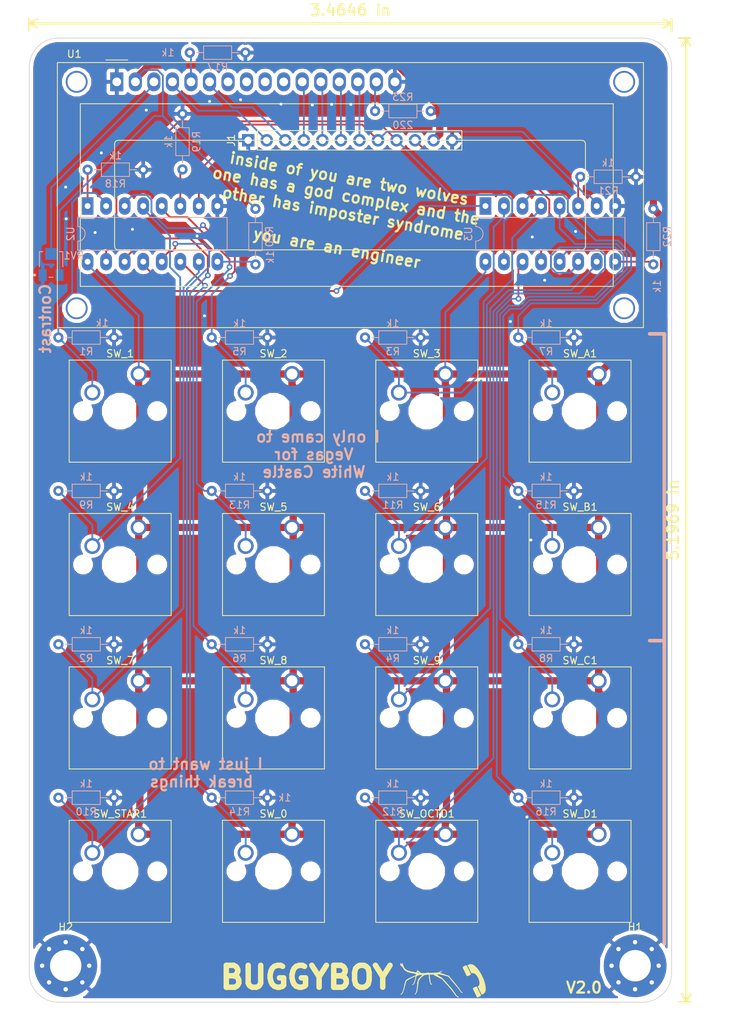
<source format=kicad_pcb>
(kicad_pcb (version 20171130) (host pcbnew 5.0.2+dfsg1-1)
  (layers (0 F.Cu signal) (31 B.Cu signal) (34 B.Paste user) (35 F.Paste user) (36 B.SilkS user) (37 F.SilkS user) (38 B.Mask user) (39 F.Mask user) (44 Edge.Cuts user))
  (net 0 "")
  (net 1 +5V)
  (net 2 GND)
  (net 3 /DISP_RS)
  (net 4 /DISP_EN)
  (net 5 /D0)
  (net 6 /D1)
  (net 7 /D2)
  (net 8 /D3)
  (net 9 /KEY_CLOCK)
  (net 10 /KEY_LATCH)
  (net 11 /KEY_SER)
  (net 12 "Net-(R1-Pad1)")
  (net 13 "Net-(R2-Pad1)")
  (net 14 "Net-(R3-Pad1)")
  (net 15 "Net-(R4-Pad1)")
  (net 16 "Net-(R5-Pad1)")
  (net 17 "Net-(R6-Pad1)")
  (net 18 "Net-(R7-Pad1)")
  (net 19 "Net-(R8-Pad1)")
  (net 20 "Net-(R9-Pad1)")
  (net 21 "Net-(R10-Pad1)")
  (net 22 "Net-(R11-Pad1)")
  (net 23 "Net-(R12-Pad1)")
  (net 24 "Net-(R13-Pad1)")
  (net 25 "Net-(R14-Pad1)")
  (net 26 "Net-(R15-Pad1)")
  (net 27 "Net-(R16-Pad1)")
  (net 28 "Net-(R17-Pad1)")
  (net 29 "Net-(R18-Pad1)")
  (net 30 "Net-(R19-Pad1)")
  (net 31 "Net-(R20-Pad1)")
  (net 32 "Net-(R21-Pad1)")
  (net 33 "Net-(R22-Pad1)")
  (net 34 "Net-(R23-Pad2)")
  (net 35 "Net-(RV1-Pad2)")
  (net 36 "Net-(U2-Pad13)")
  (module Button_Switch_Keyboard:SW_Cherry_MX1A_1.00u_PCB (layer F.Cu) (at 119 76)
    (fp_text reference SW_1 (at -2.54 -2.794) (layer F.SilkS))
    (fp_text value SW_SPST)
    (pad "" np_thru_hole circle (at 2.54 5.08) (size 1.7 1.7) (drill 1.7) (layers *.Cu *.Mask))
    (pad "" np_thru_hole circle (at -7.62 5.08) (size 1.7 1.7) (drill 1.7) (layers *.Cu *.Mask))
    (pad "" np_thru_hole circle (at -2.54 5.08) (size 4 4) (drill 4) (layers *.Cu *.Mask))
    (pad 2 thru_hole circle (at -6.35 2.54) (size 2.2 2.2) (drill 1.5) (layers *.Cu *.Mask) (net 12 "Net-(R1-Pad1)"))
    (pad 1 thru_hole circle (at 0 0) (size 2.2 2.2) (drill 1.5) (layers *.Cu *.Mask) (net 1 +5V))
  )
  (module Display:WC1602A (layer F.Cu) (at 116 36)
    (fp_text reference U1 (at -5.82 -3.81) (layer F.SilkS))
    (fp_text value HD44780)
    (pad 1 thru_hole rect (at 0 0) (size 1.8 2.6) (drill 1.2) (layers *.Cu *.Mask) (net 2 GND))
    (pad 2 thru_hole oval (at 2.54 0) (size 1.8 2.6) (drill 1.2) (layers *.Cu *.Mask) (net 1 +5V))
    (pad 3 thru_hole oval (at 5.08 0) (size 1.8 2.6) (drill 1.2) (layers *.Cu *.Mask) (net 35 "Net-(RV1-Pad2)"))
    (pad 4 thru_hole oval (at 7.62 0) (size 1.8 2.6) (drill 1.2) (layers *.Cu *.Mask) (net 3 /DISP_RS))
    (pad 5 thru_hole oval (at 10.16 0) (size 1.8 2.6) (drill 1.2) (layers *.Cu *.Mask) (net 28 "Net-(R17-Pad1)"))
    (pad 6 thru_hole oval (at 12.7 0) (size 1.8 2.6) (drill 1.2) (layers *.Cu *.Mask) (net 4 /DISP_EN))
    (pad 7 thru_hole oval (at 15.24 0) (size 1.8 2.6) (drill 1.2) (layers *.Cu *.Mask))
    (pad 8 thru_hole oval (at 17.78 0) (size 1.8 2.6) (drill 1.2) (layers *.Cu *.Mask))
    (pad 9 thru_hole oval (at 20.32 0) (size 1.8 2.6) (drill 1.2) (layers *.Cu *.Mask))
    (pad 10 thru_hole oval (at 22.86 0) (size 1.8 2.6) (drill 1.2) (layers *.Cu *.Mask))
    (pad 11 thru_hole oval (at 25.4 0) (size 1.8 2.6) (drill 1.2) (layers *.Cu *.Mask) (net 5 /D0))
    (pad 12 thru_hole oval (at 27.94 0) (size 1.8 2.6) (drill 1.2) (layers *.Cu *.Mask) (net 6 /D1))
    (pad 13 thru_hole oval (at 30.48 0) (size 1.8 2.6) (drill 1.2) (layers *.Cu *.Mask) (net 7 /D2))
    (pad 14 thru_hole oval (at 33.02 0) (size 1.8 2.6) (drill 1.2) (layers *.Cu *.Mask) (net 8 /D3))
    (pad 15 thru_hole oval (at 35.56 0) (size 1.8 2.6) (drill 1.2) (layers *.Cu *.Mask) (net 34 "Net-(R23-Pad2)"))
    (pad 16 thru_hole oval (at 38.1 0) (size 1.8 2.6) (drill 1.2) (layers *.Cu *.Mask) (net 2 GND))
    (pad "" thru_hole circle (at -5.4991 0) (size 3 3) (drill 2.5) (layers *.Cu *.Mask))
    (pad "" thru_hole circle (at -5.4991 31.0007) (size 3 3) (drill 2.5) (layers *.Cu *.Mask))
    (pad "" thru_hole circle (at 69.49948 31.0007) (size 3 3) (drill 2.5) (layers *.Cu *.Mask))
    (pad "" thru_hole circle (at 69.5 0) (size 3 3) (drill 2.5) (layers *.Cu *.Mask))
  )
  (module Connector_PinHeader_2.54mm:PinHeader_1x12_P2.54mm_Vertical (layer F.Cu) (at 134 44 90)
    (fp_text reference J1 (at 0 -2.33 90) (layer F.SilkS))
    (fp_text value Conn_01x12)
    (pad 1 thru_hole rect (at 0 0 90) (size 1.7 1.7) (drill 1) (layers *.Cu *.Mask) (net 2 GND))
    (pad 2 thru_hole oval (at 0 2.54 90) (size 1.7 1.7) (drill 1) (layers *.Cu *.Mask) (net 3 /DISP_RS))
    (pad 3 thru_hole oval (at 0 5.08 90) (size 1.7 1.7) (drill 1) (layers *.Cu *.Mask) (net 4 /DISP_EN))
    (pad 4 thru_hole oval (at 0 7.62 90) (size 1.7 1.7) (drill 1) (layers *.Cu *.Mask) (net 5 /D0))
    (pad 5 thru_hole oval (at 0 10.16 90) (size 1.7 1.7) (drill 1) (layers *.Cu *.Mask) (net 6 /D1))
    (pad 6 thru_hole oval (at 0 12.7 90) (size 1.7 1.7) (drill 1) (layers *.Cu *.Mask) (net 7 /D2))
    (pad 7 thru_hole oval (at 0 15.24 90) (size 1.7 1.7) (drill 1) (layers *.Cu *.Mask) (net 8 /D3))
    (pad 8 thru_hole oval (at 0 17.78 90) (size 1.7 1.7) (drill 1) (layers *.Cu *.Mask) (net 9 /KEY_CLOCK))
    (pad 9 thru_hole oval (at 0 20.32 90) (size 1.7 1.7) (drill 1) (layers *.Cu *.Mask) (net 10 /KEY_LATCH))
    (pad 10 thru_hole oval (at 0 22.86 90) (size 1.7 1.7) (drill 1) (layers *.Cu *.Mask) (net 11 /KEY_SER))
    (pad 11 thru_hole oval (at 0 25.4 90) (size 1.7 1.7) (drill 1) (layers *.Cu *.Mask) (net 1 +5V))
    (pad 12 thru_hole oval (at 0 27.94 90) (size 1.7 1.7) (drill 1) (layers *.Cu *.Mask) (net 2 GND))
  )
  (module Button_Switch_Keyboard:SW_Cherry_MX1A_1.00u_PCB (layer F.Cu) (at 140 139)
    (fp_text reference SW_0 (at -2.54 -2.794) (layer F.SilkS))
    (fp_text value SW_SPST)
    (pad 1 thru_hole circle (at 0 0) (size 2.2 2.2) (drill 1.5) (layers *.Cu *.Mask) (net 1 +5V))
    (pad 2 thru_hole circle (at -6.35 2.54) (size 2.2 2.2) (drill 1.5) (layers *.Cu *.Mask) (net 25 "Net-(R14-Pad1)"))
    (pad "" np_thru_hole circle (at -2.54 5.08) (size 4 4) (drill 4) (layers *.Cu *.Mask))
    (pad "" np_thru_hole circle (at -7.62 5.08) (size 1.7 1.7) (drill 1.7) (layers *.Cu *.Mask))
    (pad "" np_thru_hole circle (at 2.54 5.08) (size 1.7 1.7) (drill 1.7) (layers *.Cu *.Mask))
  )
  (module Button_Switch_Keyboard:SW_Cherry_MX1A_1.00u_PCB (layer F.Cu) (at 140 76)
    (fp_text reference SW_2 (at -2.54 -2.794) (layer F.SilkS))
    (fp_text value SW_SPST)
    (pad "" np_thru_hole circle (at 2.54 5.08) (size 1.7 1.7) (drill 1.7) (layers *.Cu *.Mask))
    (pad "" np_thru_hole circle (at -7.62 5.08) (size 1.7 1.7) (drill 1.7) (layers *.Cu *.Mask))
    (pad "" np_thru_hole circle (at -2.54 5.08) (size 4 4) (drill 4) (layers *.Cu *.Mask))
    (pad 2 thru_hole circle (at -6.35 2.54) (size 2.2 2.2) (drill 1.5) (layers *.Cu *.Mask) (net 16 "Net-(R5-Pad1)"))
    (pad 1 thru_hole circle (at 0 0) (size 2.2 2.2) (drill 1.5) (layers *.Cu *.Mask) (net 1 +5V))
  )
  (module Button_Switch_Keyboard:SW_Cherry_MX1A_1.00u_PCB (layer F.Cu) (at 161 76)
    (fp_text reference SW_3 (at -2.54 -2.794) (layer F.SilkS))
    (fp_text value SW_SPST)
    (pad 1 thru_hole circle (at 0 0) (size 2.2 2.2) (drill 1.5) (layers *.Cu *.Mask) (net 1 +5V))
    (pad 2 thru_hole circle (at -6.35 2.54) (size 2.2 2.2) (drill 1.5) (layers *.Cu *.Mask) (net 14 "Net-(R3-Pad1)"))
    (pad "" np_thru_hole circle (at -2.54 5.08) (size 4 4) (drill 4) (layers *.Cu *.Mask))
    (pad "" np_thru_hole circle (at -7.62 5.08) (size 1.7 1.7) (drill 1.7) (layers *.Cu *.Mask))
    (pad "" np_thru_hole circle (at 2.54 5.08) (size 1.7 1.7) (drill 1.7) (layers *.Cu *.Mask))
  )
  (module Button_Switch_Keyboard:SW_Cherry_MX1A_1.00u_PCB (layer F.Cu) (at 119 97)
    (fp_text reference SW_4 (at -2.54 -2.794) (layer F.SilkS))
    (fp_text value SW_SPST)
    (pad 1 thru_hole circle (at 0 0) (size 2.2 2.2) (drill 1.5) (layers *.Cu *.Mask) (net 1 +5V))
    (pad 2 thru_hole circle (at -6.35 2.54) (size 2.2 2.2) (drill 1.5) (layers *.Cu *.Mask) (net 20 "Net-(R9-Pad1)"))
    (pad "" np_thru_hole circle (at -2.54 5.08) (size 4 4) (drill 4) (layers *.Cu *.Mask))
    (pad "" np_thru_hole circle (at -7.62 5.08) (size 1.7 1.7) (drill 1.7) (layers *.Cu *.Mask))
    (pad "" np_thru_hole circle (at 2.54 5.08) (size 1.7 1.7) (drill 1.7) (layers *.Cu *.Mask))
  )
  (module Button_Switch_Keyboard:SW_Cherry_MX1A_1.00u_PCB (layer F.Cu) (at 140 97)
    (fp_text reference SW_5 (at -2.54 -2.794) (layer F.SilkS))
    (fp_text value SW_SPST)
    (pad 1 thru_hole circle (at 0 0) (size 2.2 2.2) (drill 1.5) (layers *.Cu *.Mask) (net 1 +5V))
    (pad 2 thru_hole circle (at -6.35 2.54) (size 2.2 2.2) (drill 1.5) (layers *.Cu *.Mask) (net 24 "Net-(R13-Pad1)"))
    (pad "" np_thru_hole circle (at -2.54 5.08) (size 4 4) (drill 4) (layers *.Cu *.Mask))
    (pad "" np_thru_hole circle (at -7.62 5.08) (size 1.7 1.7) (drill 1.7) (layers *.Cu *.Mask))
    (pad "" np_thru_hole circle (at 2.54 5.08) (size 1.7 1.7) (drill 1.7) (layers *.Cu *.Mask))
  )
  (module Button_Switch_Keyboard:SW_Cherry_MX1A_1.00u_PCB (layer F.Cu) (at 161 97)
    (fp_text reference SW_6 (at -2.54 -2.794) (layer F.SilkS))
    (fp_text value SW_SPST)
    (pad "" np_thru_hole circle (at 2.54 5.08) (size 1.7 1.7) (drill 1.7) (layers *.Cu *.Mask))
    (pad "" np_thru_hole circle (at -7.62 5.08) (size 1.7 1.7) (drill 1.7) (layers *.Cu *.Mask))
    (pad "" np_thru_hole circle (at -2.54 5.08) (size 4 4) (drill 4) (layers *.Cu *.Mask))
    (pad 2 thru_hole circle (at -6.35 2.54) (size 2.2 2.2) (drill 1.5) (layers *.Cu *.Mask) (net 22 "Net-(R11-Pad1)"))
    (pad 1 thru_hole circle (at 0 0) (size 2.2 2.2) (drill 1.5) (layers *.Cu *.Mask) (net 1 +5V))
  )
  (module Button_Switch_Keyboard:SW_Cherry_MX1A_1.00u_PCB (layer F.Cu) (at 119 118)
    (fp_text reference SW_7 (at -2.54 -2.794) (layer F.SilkS))
    (fp_text value SW_SPST)
    (pad "" np_thru_hole circle (at 2.54 5.08) (size 1.7 1.7) (drill 1.7) (layers *.Cu *.Mask))
    (pad "" np_thru_hole circle (at -7.62 5.08) (size 1.7 1.7) (drill 1.7) (layers *.Cu *.Mask))
    (pad "" np_thru_hole circle (at -2.54 5.08) (size 4 4) (drill 4) (layers *.Cu *.Mask))
    (pad 2 thru_hole circle (at -6.35 2.54) (size 2.2 2.2) (drill 1.5) (layers *.Cu *.Mask) (net 13 "Net-(R2-Pad1)"))
    (pad 1 thru_hole circle (at 0 0) (size 2.2 2.2) (drill 1.5) (layers *.Cu *.Mask) (net 1 +5V))
  )
  (module Button_Switch_Keyboard:SW_Cherry_MX1A_1.00u_PCB (layer F.Cu) (at 140 118)
    (fp_text reference SW_8 (at -2.54 -2.794) (layer F.SilkS))
    (fp_text value SW_SPST)
    (pad 1 thru_hole circle (at 0 0) (size 2.2 2.2) (drill 1.5) (layers *.Cu *.Mask) (net 1 +5V))
    (pad 2 thru_hole circle (at -6.35 2.54) (size 2.2 2.2) (drill 1.5) (layers *.Cu *.Mask) (net 17 "Net-(R6-Pad1)"))
    (pad "" np_thru_hole circle (at -2.54 5.08) (size 4 4) (drill 4) (layers *.Cu *.Mask))
    (pad "" np_thru_hole circle (at -7.62 5.08) (size 1.7 1.7) (drill 1.7) (layers *.Cu *.Mask))
    (pad "" np_thru_hole circle (at 2.54 5.08) (size 1.7 1.7) (drill 1.7) (layers *.Cu *.Mask))
  )
  (module Button_Switch_Keyboard:SW_Cherry_MX1A_1.00u_PCB (layer F.Cu) (at 161 118)
    (fp_text reference SW_9 (at -2.54 -2.794) (layer F.SilkS))
    (fp_text value SW_SPST)
    (pad "" np_thru_hole circle (at 2.54 5.08) (size 1.7 1.7) (drill 1.7) (layers *.Cu *.Mask))
    (pad "" np_thru_hole circle (at -7.62 5.08) (size 1.7 1.7) (drill 1.7) (layers *.Cu *.Mask))
    (pad "" np_thru_hole circle (at -2.54 5.08) (size 4 4) (drill 4) (layers *.Cu *.Mask))
    (pad 2 thru_hole circle (at -6.35 2.54) (size 2.2 2.2) (drill 1.5) (layers *.Cu *.Mask) (net 15 "Net-(R4-Pad1)"))
    (pad 1 thru_hole circle (at 0 0) (size 2.2 2.2) (drill 1.5) (layers *.Cu *.Mask) (net 1 +5V))
  )
  (module Button_Switch_Keyboard:SW_Cherry_MX1A_1.00u_PCB (layer F.Cu) (at 182 76)
    (fp_text reference SW_A1 (at -2.54 -2.794) (layer F.SilkS))
    (fp_text value SW_SPST)
    (pad 1 thru_hole circle (at 0 0) (size 2.2 2.2) (drill 1.5) (layers *.Cu *.Mask) (net 1 +5V))
    (pad 2 thru_hole circle (at -6.35 2.54) (size 2.2 2.2) (drill 1.5) (layers *.Cu *.Mask) (net 18 "Net-(R7-Pad1)"))
    (pad "" np_thru_hole circle (at -2.54 5.08) (size 4 4) (drill 4) (layers *.Cu *.Mask))
    (pad "" np_thru_hole circle (at -7.62 5.08) (size 1.7 1.7) (drill 1.7) (layers *.Cu *.Mask))
    (pad "" np_thru_hole circle (at 2.54 5.08) (size 1.7 1.7) (drill 1.7) (layers *.Cu *.Mask))
  )
  (module Button_Switch_Keyboard:SW_Cherry_MX1A_1.00u_PCB (layer F.Cu) (at 182 97)
    (fp_text reference SW_B1 (at -2.54 -2.794) (layer F.SilkS))
    (fp_text value SW_SPST)
    (pad 1 thru_hole circle (at 0 0) (size 2.2 2.2) (drill 1.5) (layers *.Cu *.Mask) (net 1 +5V))
    (pad 2 thru_hole circle (at -6.35 2.54) (size 2.2 2.2) (drill 1.5) (layers *.Cu *.Mask) (net 26 "Net-(R15-Pad1)"))
    (pad "" np_thru_hole circle (at -2.54 5.08) (size 4 4) (drill 4) (layers *.Cu *.Mask))
    (pad "" np_thru_hole circle (at -7.62 5.08) (size 1.7 1.7) (drill 1.7) (layers *.Cu *.Mask))
    (pad "" np_thru_hole circle (at 2.54 5.08) (size 1.7 1.7) (drill 1.7) (layers *.Cu *.Mask))
  )
  (module Button_Switch_Keyboard:SW_Cherry_MX1A_1.00u_PCB (layer F.Cu) (at 182 118)
    (fp_text reference SW_C1 (at -2.54 -2.794) (layer F.SilkS))
    (fp_text value SW_SPST)
    (pad 1 thru_hole circle (at 0 0) (size 2.2 2.2) (drill 1.5) (layers *.Cu *.Mask) (net 1 +5V))
    (pad 2 thru_hole circle (at -6.35 2.54) (size 2.2 2.2) (drill 1.5) (layers *.Cu *.Mask) (net 19 "Net-(R8-Pad1)"))
    (pad "" np_thru_hole circle (at -2.54 5.08) (size 4 4) (drill 4) (layers *.Cu *.Mask))
    (pad "" np_thru_hole circle (at -7.62 5.08) (size 1.7 1.7) (drill 1.7) (layers *.Cu *.Mask))
    (pad "" np_thru_hole circle (at 2.54 5.08) (size 1.7 1.7) (drill 1.7) (layers *.Cu *.Mask))
  )
  (module Button_Switch_Keyboard:SW_Cherry_MX1A_1.00u_PCB (layer F.Cu) (at 182 139)
    (fp_text reference SW_D1 (at -2.54 -2.794) (layer F.SilkS))
    (fp_text value SW_SPST)
    (pad "" np_thru_hole circle (at 2.54 5.08) (size 1.7 1.7) (drill 1.7) (layers *.Cu *.Mask))
    (pad "" np_thru_hole circle (at -7.62 5.08) (size 1.7 1.7) (drill 1.7) (layers *.Cu *.Mask))
    (pad "" np_thru_hole circle (at -2.54 5.08) (size 4 4) (drill 4) (layers *.Cu *.Mask))
    (pad 2 thru_hole circle (at -6.35 2.54) (size 2.2 2.2) (drill 1.5) (layers *.Cu *.Mask) (net 27 "Net-(R16-Pad1)"))
    (pad 1 thru_hole circle (at 0 0) (size 2.2 2.2) (drill 1.5) (layers *.Cu *.Mask) (net 1 +5V))
  )
  (module Button_Switch_Keyboard:SW_Cherry_MX1A_1.00u_PCB (layer F.Cu) (at 161 139)
    (fp_text reference SW_OCTO1 (at -2.54 -2.794) (layer F.SilkS))
    (fp_text value SW_SPST)
    (pad "" np_thru_hole circle (at 2.54 5.08) (size 1.7 1.7) (drill 1.7) (layers *.Cu *.Mask))
    (pad "" np_thru_hole circle (at -7.62 5.08) (size 1.7 1.7) (drill 1.7) (layers *.Cu *.Mask))
    (pad "" np_thru_hole circle (at -2.54 5.08) (size 4 4) (drill 4) (layers *.Cu *.Mask))
    (pad 2 thru_hole circle (at -6.35 2.54) (size 2.2 2.2) (drill 1.5) (layers *.Cu *.Mask) (net 23 "Net-(R12-Pad1)"))
    (pad 1 thru_hole circle (at 0 0) (size 2.2 2.2) (drill 1.5) (layers *.Cu *.Mask) (net 1 +5V))
  )
  (module Button_Switch_Keyboard:SW_Cherry_MX1A_1.00u_PCB (layer F.Cu) (at 119 139)
    (fp_text reference SW_STAR1 (at -2.54 -2.794) (layer F.SilkS))
    (fp_text value SW_SPST)
    (pad "" np_thru_hole circle (at 2.54 5.08) (size 1.7 1.7) (drill 1.7) (layers *.Cu *.Mask))
    (pad "" np_thru_hole circle (at -7.62 5.08) (size 1.7 1.7) (drill 1.7) (layers *.Cu *.Mask))
    (pad "" np_thru_hole circle (at -2.54 5.08) (size 4 4) (drill 4) (layers *.Cu *.Mask))
    (pad 2 thru_hole circle (at -6.35 2.54) (size 2.2 2.2) (drill 1.5) (layers *.Cu *.Mask) (net 21 "Net-(R10-Pad1)"))
    (pad 1 thru_hole circle (at 0 0) (size 2.2 2.2) (drill 1.5) (layers *.Cu *.Mask) (net 1 +5V))
  )
  (module buggyboy:TRIM_3313J-1-103E (layer B.Cu) (at 107 61 180)
    (fp_text reference RV1 (at -3.1 1.2 180) (layer B.SilkS) (effects (justify mirror)))
    (fp_text value R_POT)
    (pad 2 smd rect (at 0 1.45 180) (size 1.6 1.6) (layers B.Cu B.Paste B.Mask) (net 35 "Net-(RV1-Pad2)"))
    (pad 3 smd rect (at -1.15 -1.45 180) (size 1.1 1.6) (layers B.Cu B.Paste B.Mask) (net 1 +5V))
    (pad 1 smd rect (at 1.15 -1.45 180) (size 1.1 1.6) (layers B.Cu B.Paste B.Mask) (net 2 GND))
  )
  (module MountingHole:MountingHole_4.3mm_M4_Pad_Via (layer F.Cu) (at 187 157)
    (fp_text reference H1 (at 0 -5.3) (layer F.SilkS))
    (fp_text value MNT1)
    (pad 1 thru_hole circle (at 0 0) (size 8.6 8.6) (drill 4.3) (layers *.Cu *.Mask) (net 2 GND))
    (pad 1 thru_hole circle (at 3.225 0) (size 0.9 0.9) (drill 0.6) (layers *.Cu *.Mask) (net 2 GND))
    (pad 1 thru_hole circle (at 2.280419 2.280419) (size 0.9 0.9) (drill 0.6) (layers *.Cu *.Mask) (net 2 GND))
    (pad 1 thru_hole circle (at 0 3.225) (size 0.9 0.9) (drill 0.6) (layers *.Cu *.Mask) (net 2 GND))
    (pad 1 thru_hole circle (at -2.280419 2.280419) (size 0.9 0.9) (drill 0.6) (layers *.Cu *.Mask) (net 2 GND))
    (pad 1 thru_hole circle (at -3.225 0) (size 0.9 0.9) (drill 0.6) (layers *.Cu *.Mask) (net 2 GND))
    (pad 1 thru_hole circle (at -2.280419 -2.280419) (size 0.9 0.9) (drill 0.6) (layers *.Cu *.Mask) (net 2 GND))
    (pad 1 thru_hole circle (at 0 -3.225) (size 0.9 0.9) (drill 0.6) (layers *.Cu *.Mask) (net 2 GND))
    (pad 1 thru_hole circle (at 2.280419 -2.280419) (size 0.9 0.9) (drill 0.6) (layers *.Cu *.Mask) (net 2 GND))
  )
  (module MountingHole:MountingHole_4.3mm_M4_Pad_Via (layer F.Cu) (at 109 157)
    (fp_text reference H2 (at 0 -5.3) (layer F.SilkS))
    (fp_text value MNT2)
    (pad 1 thru_hole circle (at 2.280419 -2.280419) (size 0.9 0.9) (drill 0.6) (layers *.Cu *.Mask) (net 2 GND))
    (pad 1 thru_hole circle (at 0 -3.225) (size 0.9 0.9) (drill 0.6) (layers *.Cu *.Mask) (net 2 GND))
    (pad 1 thru_hole circle (at -2.280419 -2.280419) (size 0.9 0.9) (drill 0.6) (layers *.Cu *.Mask) (net 2 GND))
    (pad 1 thru_hole circle (at -3.225 0) (size 0.9 0.9) (drill 0.6) (layers *.Cu *.Mask) (net 2 GND))
    (pad 1 thru_hole circle (at -2.280419 2.280419) (size 0.9 0.9) (drill 0.6) (layers *.Cu *.Mask) (net 2 GND))
    (pad 1 thru_hole circle (at 0 3.225) (size 0.9 0.9) (drill 0.6) (layers *.Cu *.Mask) (net 2 GND))
    (pad 1 thru_hole circle (at 2.280419 2.280419) (size 0.9 0.9) (drill 0.6) (layers *.Cu *.Mask) (net 2 GND))
    (pad 1 thru_hole circle (at 3.225 0) (size 0.9 0.9) (drill 0.6) (layers *.Cu *.Mask) (net 2 GND))
    (pad 1 thru_hole circle (at 0 0) (size 8.6 8.6) (drill 4.3) (layers *.Cu *.Mask) (net 2 GND))
  )
  (module Resistor_THT:R_Axial_DIN0204_L3.6mm_D1.6mm_P7.62mm_Horizontal (layer B.Cu) (at 108 71)
    (fp_text reference R1 (at 3.81 1.92) (layer B.SilkS) (effects (justify mirror)))
    (fp_text value 1k (at 6 -2) (layer B.SilkS) (effects (justify mirror)))
    (pad 2 thru_hole oval (at 7.62 0) (size 1.4 1.4) (drill 0.7) (layers *.Cu *.Mask) (net 2 GND))
    (pad 1 thru_hole circle (at 0 0) (size 1.4 1.4) (drill 0.7) (layers *.Cu *.Mask) (net 12 "Net-(R1-Pad1)"))
  )
  (module Resistor_THT:R_Axial_DIN0204_L3.6mm_D1.6mm_P7.62mm_Horizontal (layer B.Cu) (at 108 113)
    (fp_text reference R2 (at 3.81 1.92) (layer B.SilkS) (effects (justify mirror)))
    (fp_text value 1k (at 3.81 -1.92) (layer B.SilkS) (effects (justify mirror)))
    (pad 1 thru_hole circle (at 0 0) (size 1.4 1.4) (drill 0.7) (layers *.Cu *.Mask) (net 13 "Net-(R2-Pad1)"))
    (pad 2 thru_hole oval (at 7.62 0) (size 1.4 1.4) (drill 0.7) (layers *.Cu *.Mask) (net 2 GND))
  )
  (module Resistor_THT:R_Axial_DIN0204_L3.6mm_D1.6mm_P7.62mm_Horizontal (layer B.Cu) (at 150 71)
    (fp_text reference R3 (at 3.81 1.92) (layer B.SilkS) (effects (justify mirror)))
    (fp_text value 1k (at 3.81 -1.92) (layer B.SilkS) (effects (justify mirror)))
    (pad 1 thru_hole circle (at 0 0) (size 1.4 1.4) (drill 0.7) (layers *.Cu *.Mask) (net 14 "Net-(R3-Pad1)"))
    (pad 2 thru_hole oval (at 7.62 0) (size 1.4 1.4) (drill 0.7) (layers *.Cu *.Mask) (net 2 GND))
  )
  (module Resistor_THT:R_Axial_DIN0204_L3.6mm_D1.6mm_P7.62mm_Horizontal (layer B.Cu) (at 150 113)
    (fp_text reference R4 (at 3.81 1.92) (layer B.SilkS) (effects (justify mirror)))
    (fp_text value 1k (at 3.81 -1.92) (layer B.SilkS) (effects (justify mirror)))
    (pad 2 thru_hole oval (at 7.62 0) (size 1.4 1.4) (drill 0.7) (layers *.Cu *.Mask) (net 2 GND))
    (pad 1 thru_hole circle (at 0 0) (size 1.4 1.4) (drill 0.7) (layers *.Cu *.Mask) (net 15 "Net-(R4-Pad1)"))
  )
  (module Resistor_THT:R_Axial_DIN0204_L3.6mm_D1.6mm_P7.62mm_Horizontal (layer B.Cu) (at 129 71)
    (fp_text reference R5 (at 3.81 1.92) (layer B.SilkS) (effects (justify mirror)))
    (fp_text value 1k (at 3.81 -1.92) (layer B.SilkS) (effects (justify mirror)))
    (pad 1 thru_hole circle (at 0 0) (size 1.4 1.4) (drill 0.7) (layers *.Cu *.Mask) (net 16 "Net-(R5-Pad1)"))
    (pad 2 thru_hole oval (at 7.62 0) (size 1.4 1.4) (drill 0.7) (layers *.Cu *.Mask) (net 2 GND))
  )
  (module Resistor_THT:R_Axial_DIN0204_L3.6mm_D1.6mm_P7.62mm_Horizontal (layer B.Cu) (at 129 113)
    (fp_text reference R6 (at 3.81 1.92) (layer B.SilkS) (effects (justify mirror)))
    (fp_text value 1k (at 3.81 -1.92) (layer B.SilkS) (effects (justify mirror)))
    (pad 2 thru_hole oval (at 7.62 0) (size 1.4 1.4) (drill 0.7) (layers *.Cu *.Mask) (net 2 GND))
    (pad 1 thru_hole circle (at 0 0) (size 1.4 1.4) (drill 0.7) (layers *.Cu *.Mask) (net 17 "Net-(R6-Pad1)"))
  )
  (module Resistor_THT:R_Axial_DIN0204_L3.6mm_D1.6mm_P7.62mm_Horizontal (layer B.Cu) (at 171 71)
    (fp_text reference R7 (at 3.81 1.92) (layer B.SilkS) (effects (justify mirror)))
    (fp_text value 1k (at 3.81 -1.92) (layer B.SilkS) (effects (justify mirror)))
    (pad 1 thru_hole circle (at 0 0) (size 1.4 1.4) (drill 0.7) (layers *.Cu *.Mask) (net 18 "Net-(R7-Pad1)"))
    (pad 2 thru_hole oval (at 7.62 0) (size 1.4 1.4) (drill 0.7) (layers *.Cu *.Mask) (net 2 GND))
  )
  (module Resistor_THT:R_Axial_DIN0204_L3.6mm_D1.6mm_P7.62mm_Horizontal (layer B.Cu) (at 171 113)
    (fp_text reference R8 (at 3.81 1.92) (layer B.SilkS) (effects (justify mirror)))
    (fp_text value 1k (at 3.81 -1.92) (layer B.SilkS) (effects (justify mirror)))
    (pad 2 thru_hole oval (at 7.62 0) (size 1.4 1.4) (drill 0.7) (layers *.Cu *.Mask) (net 2 GND))
    (pad 1 thru_hole circle (at 0 0) (size 1.4 1.4) (drill 0.7) (layers *.Cu *.Mask) (net 19 "Net-(R8-Pad1)"))
  )
  (module Resistor_THT:R_Axial_DIN0204_L3.6mm_D1.6mm_P7.62mm_Horizontal (layer B.Cu) (at 108 92)
    (fp_text reference R9 (at 3.81 1.92) (layer B.SilkS) (effects (justify mirror)))
    (fp_text value 1k (at 3.81 -1.92) (layer B.SilkS) (effects (justify mirror)))
    (pad 2 thru_hole oval (at 7.62 0) (size 1.4 1.4) (drill 0.7) (layers *.Cu *.Mask) (net 2 GND))
    (pad 1 thru_hole circle (at 0 0) (size 1.4 1.4) (drill 0.7) (layers *.Cu *.Mask) (net 20 "Net-(R9-Pad1)"))
  )
  (module Resistor_THT:R_Axial_DIN0204_L3.6mm_D1.6mm_P7.62mm_Horizontal (layer B.Cu) (at 108 134)
    (fp_text reference R10 (at 3.81 1.92) (layer B.SilkS) (effects (justify mirror)))
    (fp_text value 1k (at 3.81 -1.92) (layer B.SilkS) (effects (justify mirror)))
    (pad 1 thru_hole circle (at 0 0) (size 1.4 1.4) (drill 0.7) (layers *.Cu *.Mask) (net 21 "Net-(R10-Pad1)"))
    (pad 2 thru_hole oval (at 7.62 0) (size 1.4 1.4) (drill 0.7) (layers *.Cu *.Mask) (net 2 GND))
  )
  (module Resistor_THT:R_Axial_DIN0204_L3.6mm_D1.6mm_P7.62mm_Horizontal (layer B.Cu) (at 150 92)
    (fp_text reference R11 (at 3.81 1.92) (layer B.SilkS) (effects (justify mirror)))
    (fp_text value 1k (at 3.81 -1.92) (layer B.SilkS) (effects (justify mirror)))
    (pad 2 thru_hole oval (at 7.62 0) (size 1.4 1.4) (drill 0.7) (layers *.Cu *.Mask) (net 2 GND))
    (pad 1 thru_hole circle (at 0 0) (size 1.4 1.4) (drill 0.7) (layers *.Cu *.Mask) (net 22 "Net-(R11-Pad1)"))
  )
  (module Resistor_THT:R_Axial_DIN0204_L3.6mm_D1.6mm_P7.62mm_Horizontal (layer B.Cu) (at 150 134)
    (fp_text reference R12 (at 3.81 1.92) (layer B.SilkS) (effects (justify mirror)))
    (fp_text value 1k (at 3.81 -1.92) (layer B.SilkS) (effects (justify mirror)))
    (pad 2 thru_hole oval (at 7.62 0) (size 1.4 1.4) (drill 0.7) (layers *.Cu *.Mask) (net 2 GND))
    (pad 1 thru_hole circle (at 0 0) (size 1.4 1.4) (drill 0.7) (layers *.Cu *.Mask) (net 23 "Net-(R12-Pad1)"))
  )
  (module Resistor_THT:R_Axial_DIN0204_L3.6mm_D1.6mm_P7.62mm_Horizontal (layer B.Cu) (at 129 92)
    (fp_text reference R13 (at 3.81 1.92) (layer B.SilkS) (effects (justify mirror)))
    (fp_text value 1k (at 3.81 -1.92) (layer B.SilkS) (effects (justify mirror)))
    (pad 1 thru_hole circle (at 0 0) (size 1.4 1.4) (drill 0.7) (layers *.Cu *.Mask) (net 24 "Net-(R13-Pad1)"))
    (pad 2 thru_hole oval (at 7.62 0) (size 1.4 1.4) (drill 0.7) (layers *.Cu *.Mask) (net 2 GND))
  )
  (module Resistor_THT:R_Axial_DIN0204_L3.6mm_D1.6mm_P7.62mm_Horizontal (layer B.Cu) (at 129 134)
    (fp_text reference R14 (at 3.81 1.92) (layer B.SilkS) (effects (justify mirror)))
    (fp_text value 1k (at 10 0) (layer B.SilkS) (effects (justify mirror)))
    (pad 2 thru_hole oval (at 7.62 0) (size 1.4 1.4) (drill 0.7) (layers *.Cu *.Mask) (net 2 GND))
    (pad 1 thru_hole circle (at 0 0) (size 1.4 1.4) (drill 0.7) (layers *.Cu *.Mask) (net 25 "Net-(R14-Pad1)"))
  )
  (module Resistor_THT:R_Axial_DIN0204_L3.6mm_D1.6mm_P7.62mm_Horizontal (layer B.Cu) (at 171 92)
    (fp_text reference R15 (at 3.81 1.92) (layer B.SilkS) (effects (justify mirror)))
    (fp_text value 1k (at 3.81 -1.92) (layer B.SilkS) (effects (justify mirror)))
    (pad 1 thru_hole circle (at 0 0) (size 1.4 1.4) (drill 0.7) (layers *.Cu *.Mask) (net 26 "Net-(R15-Pad1)"))
    (pad 2 thru_hole oval (at 7.62 0) (size 1.4 1.4) (drill 0.7) (layers *.Cu *.Mask) (net 2 GND))
  )
  (module Resistor_THT:R_Axial_DIN0204_L3.6mm_D1.6mm_P7.62mm_Horizontal (layer B.Cu) (at 171 134)
    (fp_text reference R16 (at 3.81 1.92) (layer B.SilkS) (effects (justify mirror)))
    (fp_text value 1k (at 3.81 -1.92) (layer B.SilkS) (effects (justify mirror)))
    (pad 1 thru_hole circle (at 0 0) (size 1.4 1.4) (drill 0.7) (layers *.Cu *.Mask) (net 27 "Net-(R16-Pad1)"))
    (pad 2 thru_hole oval (at 7.62 0) (size 1.4 1.4) (drill 0.7) (layers *.Cu *.Mask) (net 2 GND))
  )
  (module Resistor_THT:R_Axial_DIN0204_L3.6mm_D1.6mm_P7.62mm_Horizontal (layer B.Cu) (at 126 32)
    (fp_text reference R17 (at 3.81 1.92) (layer B.SilkS) (effects (justify mirror)))
    (fp_text value 1k (at -3 0) (layer B.SilkS) (effects (justify mirror)))
    (pad 2 thru_hole oval (at 7.62 0) (size 1.4 1.4) (drill 0.7) (layers *.Cu *.Mask) (net 2 GND))
    (pad 1 thru_hole circle (at 0 0) (size 1.4 1.4) (drill 0.7) (layers *.Cu *.Mask) (net 28 "Net-(R17-Pad1)"))
  )
  (module Resistor_THT:R_Axial_DIN0204_L3.6mm_D1.6mm_P7.62mm_Horizontal (layer B.Cu) (at 112 48.03)
    (fp_text reference R18 (at 3.81 1.92) (layer B.SilkS) (effects (justify mirror)))
    (fp_text value 1k (at 3.81 -1.92) (layer B.SilkS) (effects (justify mirror)))
    (pad 1 thru_hole circle (at 0 0) (size 1.4 1.4) (drill 0.7) (layers *.Cu *.Mask) (net 29 "Net-(R18-Pad1)"))
    (pad 2 thru_hole oval (at 7.62 0) (size 1.4 1.4) (drill 0.7) (layers *.Cu *.Mask) (net 2 GND))
  )
  (module Resistor_THT:R_Axial_DIN0204_L3.6mm_D1.6mm_P7.62mm_Horizontal (layer B.Cu) (at 125 48 90)
    (fp_text reference R19 (at 3.81 1.92 90) (layer B.SilkS) (effects (justify mirror)))
    (fp_text value 1k (at 3.81 -1.92 90) (layer B.SilkS) (effects (justify mirror)))
    (pad 2 thru_hole oval (at 7.62 0 90) (size 1.4 1.4) (drill 0.7) (layers *.Cu *.Mask) (net 2 GND))
    (pad 1 thru_hole circle (at 0 0 90) (size 1.4 1.4) (drill 0.7) (layers *.Cu *.Mask) (net 30 "Net-(R19-Pad1)"))
  )
  (module Resistor_THT:R_Axial_DIN0204_L3.6mm_D1.6mm_P7.62mm_Horizontal (layer B.Cu) (at 135 61 90)
    (fp_text reference R20 (at 3.81 1.92 90) (layer B.SilkS) (effects (justify mirror)))
    (fp_text value 1k (at 1 2 90) (layer B.SilkS) (effects (justify mirror)))
    (pad 1 thru_hole circle (at 0 0 90) (size 1.4 1.4) (drill 0.7) (layers *.Cu *.Mask) (net 31 "Net-(R20-Pad1)"))
    (pad 2 thru_hole oval (at 7.62 0 90) (size 1.4 1.4) (drill 0.7) (layers *.Cu *.Mask) (net 1 +5V))
  )
  (module Resistor_THT:R_Axial_DIN0204_L3.6mm_D1.6mm_P7.62mm_Horizontal (layer B.Cu) (at 179.5 49)
    (fp_text reference R21 (at 3.81 1.92) (layer B.SilkS) (effects (justify mirror)))
    (fp_text value 1k (at 3.81 -1.92) (layer B.SilkS) (effects (justify mirror)))
    (pad 2 thru_hole oval (at 7.62 0) (size 1.4 1.4) (drill 0.7) (layers *.Cu *.Mask) (net 2 GND))
    (pad 1 thru_hole circle (at 0 0) (size 1.4 1.4) (drill 0.7) (layers *.Cu *.Mask) (net 32 "Net-(R21-Pad1)"))
  )
  (module Resistor_THT:R_Axial_DIN0204_L3.6mm_D1.6mm_P7.62mm_Horizontal (layer B.Cu) (at 189.5 61 90)
    (fp_text reference R22 (at 3.81 1.92 90) (layer B.SilkS) (effects (justify mirror)))
    (fp_text value 1k (at -3 0.5 90) (layer B.SilkS) (effects (justify mirror)))
    (pad 1 thru_hole circle (at 0 0 90) (size 1.4 1.4) (drill 0.7) (layers *.Cu *.Mask) (net 33 "Net-(R22-Pad1)"))
    (pad 2 thru_hole oval (at 7.62 0 90) (size 1.4 1.4) (drill 0.7) (layers *.Cu *.Mask) (net 1 +5V))
  )
  (module Resistor_THT:R_Axial_DIN0204_L3.6mm_D1.6mm_P7.62mm_Horizontal (layer B.Cu) (at 159 40 180)
    (fp_text reference R23 (at 3.81 1.92 180) (layer B.SilkS) (effects (justify mirror)))
    (fp_text value 220 (at 3.81 -1.92 180) (layer B.SilkS) (effects (justify mirror)))
    (pad 1 thru_hole circle (at 0 0 180) (size 1.4 1.4) (drill 0.7) (layers *.Cu *.Mask) (net 1 +5V))
    (pad 2 thru_hole oval (at 7.62 0 180) (size 1.4 1.4) (drill 0.7) (layers *.Cu *.Mask) (net 34 "Net-(R23-Pad2)"))
  )
  (module Package_DIP:DIP-16_W7.62mm_LongPads (layer B.Cu) (at 112 53 270)
    (fp_text reference U2 (at 3.81 2.33 270) (layer B.SilkS) (effects (justify mirror)))
    (fp_text value 74LS166)
    (pad 1 thru_hole rect (at 0 0 270) (size 2.4 1.6) (drill 0.8) (layers *.Cu *.Mask) (net 29 "Net-(R18-Pad1)"))
    (pad 9 thru_hole oval (at 7.62 -17.78 270) (size 2.4 1.6) (drill 0.8) (layers *.Cu *.Mask) (net 31 "Net-(R20-Pad1)"))
    (pad 2 thru_hole oval (at 0 -2.54 270) (size 2.4 1.6) (drill 0.8) (layers *.Cu *.Mask) (net 12 "Net-(R1-Pad1)"))
    (pad 10 thru_hole oval (at 7.62 -15.24 270) (size 2.4 1.6) (drill 0.8) (layers *.Cu *.Mask) (net 13 "Net-(R2-Pad1)"))
    (pad 3 thru_hole oval (at 0 -5.08 270) (size 2.4 1.6) (drill 0.8) (layers *.Cu *.Mask) (net 16 "Net-(R5-Pad1)"))
    (pad 11 thru_hole oval (at 7.62 -12.7 270) (size 2.4 1.6) (drill 0.8) (layers *.Cu *.Mask) (net 17 "Net-(R6-Pad1)"))
    (pad 4 thru_hole oval (at 0 -7.62 270) (size 2.4 1.6) (drill 0.8) (layers *.Cu *.Mask) (net 20 "Net-(R9-Pad1)"))
    (pad 12 thru_hole oval (at 7.62 -10.16 270) (size 2.4 1.6) (drill 0.8) (layers *.Cu *.Mask) (net 21 "Net-(R10-Pad1)"))
    (pad 5 thru_hole oval (at 0 -10.16 270) (size 2.4 1.6) (drill 0.8) (layers *.Cu *.Mask) (net 24 "Net-(R13-Pad1)"))
    (pad 13 thru_hole oval (at 7.62 -7.62 270) (size 2.4 1.6) (drill 0.8) (layers *.Cu *.Mask) (net 36 "Net-(U2-Pad13)"))
    (pad 6 thru_hole oval (at 0 -12.7 270) (size 2.4 1.6) (drill 0.8) (layers *.Cu *.Mask) (net 30 "Net-(R19-Pad1)"))
    (pad 14 thru_hole oval (at 7.62 -5.08 270) (size 2.4 1.6) (drill 0.8) (layers *.Cu *.Mask) (net 25 "Net-(R14-Pad1)"))
    (pad 7 thru_hole oval (at 0 -15.24 270) (size 2.4 1.6) (drill 0.8) (layers *.Cu *.Mask) (net 9 /KEY_CLOCK))
    (pad 15 thru_hole oval (at 7.62 -2.54 270) (size 2.4 1.6) (drill 0.8) (layers *.Cu *.Mask) (net 10 /KEY_LATCH))
    (pad 8 thru_hole oval (at 0 -17.78 270) (size 2.4 1.6) (drill 0.8) (layers *.Cu *.Mask) (net 2 GND))
    (pad 16 thru_hole oval (at 7.62 0 270) (size 2.4 1.6) (drill 0.8) (layers *.Cu *.Mask) (net 1 +5V))
  )
  (module Package_DIP:DIP-16_W7.62mm_LongPads (layer B.Cu) (at 166.5 53 270)
    (fp_text reference U3 (at 3.81 2.33 270) (layer B.SilkS) (effects (justify mirror)))
    (fp_text value 74LS166)
    (pad 16 thru_hole oval (at 7.62 0 270) (size 2.4 1.6) (drill 0.8) (layers *.Cu *.Mask) (net 1 +5V))
    (pad 8 thru_hole oval (at 0 -17.78 270) (size 2.4 1.6) (drill 0.8) (layers *.Cu *.Mask) (net 2 GND))
    (pad 15 thru_hole oval (at 7.62 -2.54 270) (size 2.4 1.6) (drill 0.8) (layers *.Cu *.Mask) (net 10 /KEY_LATCH))
    (pad 7 thru_hole oval (at 0 -15.24 270) (size 2.4 1.6) (drill 0.8) (layers *.Cu *.Mask) (net 9 /KEY_CLOCK))
    (pad 14 thru_hole oval (at 7.62 -5.08 270) (size 2.4 1.6) (drill 0.8) (layers *.Cu *.Mask) (net 27 "Net-(R16-Pad1)"))
    (pad 6 thru_hole oval (at 0 -12.7 270) (size 2.4 1.6) (drill 0.8) (layers *.Cu *.Mask) (net 32 "Net-(R21-Pad1)"))
    (pad 13 thru_hole oval (at 7.62 -7.62 270) (size 2.4 1.6) (drill 0.8) (layers *.Cu *.Mask) (net 11 /KEY_SER))
    (pad 5 thru_hole oval (at 0 -10.16 270) (size 2.4 1.6) (drill 0.8) (layers *.Cu *.Mask) (net 26 "Net-(R15-Pad1)"))
    (pad 12 thru_hole oval (at 7.62 -10.16 270) (size 2.4 1.6) (drill 0.8) (layers *.Cu *.Mask) (net 23 "Net-(R12-Pad1)"))
    (pad 4 thru_hole oval (at 0 -7.62 270) (size 2.4 1.6) (drill 0.8) (layers *.Cu *.Mask) (net 22 "Net-(R11-Pad1)"))
    (pad 11 thru_hole oval (at 7.62 -12.7 270) (size 2.4 1.6) (drill 0.8) (layers *.Cu *.Mask) (net 19 "Net-(R8-Pad1)"))
    (pad 3 thru_hole oval (at 0 -5.08 270) (size 2.4 1.6) (drill 0.8) (layers *.Cu *.Mask) (net 18 "Net-(R7-Pad1)"))
    (pad 10 thru_hole oval (at 7.62 -15.24 270) (size 2.4 1.6) (drill 0.8) (layers *.Cu *.Mask) (net 15 "Net-(R4-Pad1)"))
    (pad 2 thru_hole oval (at 0 -2.54 270) (size 2.4 1.6) (drill 0.8) (layers *.Cu *.Mask) (net 14 "Net-(R3-Pad1)"))
    (pad 9 thru_hole oval (at 7.62 -17.78 270) (size 2.4 1.6) (drill 0.8) (layers *.Cu *.Mask) (net 33 "Net-(R22-Pad1)"))
    (pad 1 thru_hole rect (at 0 0 270) (size 2.4 1.6) (drill 0.8) (layers *.Cu *.Mask) (net 36 "Net-(U2-Pad13)"))
  )
  (module buggyboy:pone (layer F.Cu) (at 165 159)
    (fp_text reference G*** hide)
    (fp_text value LOGO hide)
  )
  (module buggyboy:nugg (layer F.Cu) (at 159 159)
    (fp_text reference G*** hide)
    (fp_text value LOGO hide)
  )
  (gr_text "inside of you are two wolves\none has a god complex and the\nother has imposter syndrome\n\nyou are an engineer" (at 147 54 350) (layer F.SilkS) (effects (font (size 1.5 1.5) (thickness 0.3))))
  (gr_line (start 191 70.5) (end 189 70.5) (layer B.SilkS) (width 0.5))
  (gr_line (start 191 112.5) (end 191 70.5) (layer B.SilkS) (width 0.5))
  (gr_line (start 191 112.5) (end 191 154) (layer B.SilkS) (width 0.5))
  (gr_line (start 189 112.5) (end 191 112.5) (layer B.SilkS) (width 0.5))
  (gr_text "I only came to \nVegas for\nWhite Castle" (at 143 87) (layer B.SilkS) (effects (font (size 1.5 1.5) (thickness 0.3)) (justify mirror)))
  (gr_text "I just want to \nbreak things" (at 127.6 130.6) (layer B.SilkS) (effects (font (size 1.5 1.5) (thickness 0.3)) (justify mirror)))
  (gr_text V2.0 (at 180 160) (layer F.SilkS) (effects (font (size 1.5 1.5) (thickness 0.3))))
  (gr_text BUGGYBOY (at 142 158.6) (layer F.SilkS) (effects (font (size 3 3) (thickness 0.75))))
  (dimension 132 (width 0.3) (layer F.SilkS) (gr_text "132.000 mm" (at 196.1 96 270) (layer F.SilkS) (effects (font (size 1.5 1.5) (thickness 0.3)))) (feature1 (pts (xy 193 162) (xy 194.586421 162))) (feature2 (pts (xy 193 30) (xy 194.586421 30))) (crossbar (pts (xy 194 30) (xy 194 162))) (arrow1a (pts (xy 194 162) (xy 193.413579 160.873496))) (arrow1b (pts (xy 194 162) (xy 194.586421 160.873496))) (arrow2a (pts (xy 194 30) (xy 193.413579 31.126504))) (arrow2b (pts (xy 194 30) (xy 194.586421 31.126504))))
  (dimension 88 (width 0.3) (layer F.SilkS) (gr_text "88.000 mm" (at 148 25.9) (layer F.SilkS) (effects (font (size 1.5 1.5) (thickness 0.3)))) (feature1 (pts (xy 192 29) (xy 192 27.413579))) (feature2 (pts (xy 104 29) (xy 104 27.413579))) (crossbar (pts (xy 104 28) (xy 192 28))) (arrow1a (pts (xy 192 28) (xy 190.873496 28.586421))) (arrow1b (pts (xy 192 28) (xy 190.873496 27.413579))) (arrow2a (pts (xy 104 28) (xy 105.126504 28.586421))) (arrow2b (pts (xy 104 28) (xy 105.126504 27.413579))))
  (gr_text Contrast (at 106.2 68.4 90) (layer B.SilkS) (effects (font (size 1.5 1.5) (thickness 0.3)) (justify mirror)))
  (gr_line (start 108 30) (end 188 30) (layer Edge.Cuts) (width 0.1))
  (gr_line (start 104 158) (end 104 34) (layer Edge.Cuts) (width 0.1))
  (gr_line (start 188 162) (end 108 162) (layer Edge.Cuts) (width 0.1))
  (gr_line (start 192 34) (end 192 158) (layer Edge.Cuts) (width 0.1))
  (gr_arc (start 108 158) (end 104 158) (angle -90) (layer Edge.Cuts) (width 0.1))
  (gr_arc (start 188 158) (end 188 162) (angle -90) (layer Edge.Cuts) (width 0.1))
  (gr_arc (start 188 34) (end 192 34) (angle -90) (layer Edge.Cuts) (width 0.1))
  (gr_arc (start 108 34) (end 108 30) (angle -90) (layer Edge.Cuts) (width 0.1))
  (segment (start 119 76) (end 140 76) (width 1) (layer F.Cu) (net 1))
  (segment (start 140 76) (end 161 76) (width 1) (layer F.Cu) (net 1))
  (segment (start 161 76) (end 182 76) (width 1) (layer F.Cu) (net 1))
  (segment (start 182 95.444366) (end 182 97) (width 1) (layer F.Cu) (net 1))
  (segment (start 182.160001 95.284365) (end 182 95.444366) (width 1) (layer F.Cu) (net 1))
  (segment (start 182.160001 77.715635) (end 182.160001 95.284365) (width 1) (layer F.Cu) (net 1))
  (segment (start 182 77.555634) (end 182.160001 77.715635) (width 1) (layer F.Cu) (net 1))
  (segment (start 182 76) (end 182 77.555634) (width 1) (layer F.Cu) (net 1))
  (segment (start 180.444366 97) (end 161 97) (width 1) (layer F.Cu) (net 1))
  (segment (start 182 97) (end 180.444366 97) (width 1) (layer F.Cu) (net 1))
  (segment (start 161 97) (end 140 97) (width 1) (layer F.Cu) (net 1))
  (segment (start 140 97) (end 119 97) (width 1) (layer F.Cu) (net 1))
  (segment (start 119 116.444366) (end 119 118) (width 1) (layer F.Cu) (net 1))
  (segment (start 119.160001 116.284365) (end 119 116.444366) (width 1) (layer F.Cu) (net 1))
  (segment (start 119.160001 100.783999) (end 119.160001 116.284365) (width 1) (layer F.Cu) (net 1))
  (segment (start 119 100.623998) (end 119.160001 100.783999) (width 1) (layer F.Cu) (net 1))
  (segment (start 119 97) (end 119 100.623998) (width 1) (layer F.Cu) (net 1))
  (segment (start 120.555634 118) (end 140 118) (width 1) (layer F.Cu) (net 1))
  (segment (start 119 118) (end 120.555634 118) (width 1) (layer F.Cu) (net 1))
  (segment (start 140 118) (end 182 118) (width 1) (layer F.Cu) (net 1))
  (segment (start 182 137.444366) (end 182 139) (width 1) (layer F.Cu) (net 1))
  (segment (start 182.160001 137.284365) (end 182 137.444366) (width 1) (layer F.Cu) (net 1))
  (segment (start 182.160001 119.715635) (end 182.160001 137.284365) (width 1) (layer F.Cu) (net 1))
  (segment (start 182 119.555634) (end 182.160001 119.715635) (width 1) (layer F.Cu) (net 1))
  (segment (start 182 118) (end 182 119.555634) (width 1) (layer F.Cu) (net 1))
  (segment (start 182 139) (end 119 139) (width 1) (layer F.Cu) (net 1))
  (segment (start 120.44 33.7) (end 118.54 35.6) (width 1) (layer F.Cu) (net 1))
  (segment (start 154.462755 33.7) (end 120.44 33.7) (width 1) (layer F.Cu) (net 1))
  (segment (start 118.54 35.6) (end 118.54 36) (width 1) (layer F.Cu) (net 1))
  (segment (start 160.249999 39.487244) (end 154.462755 33.7) (width 1) (layer F.Cu) (net 1))
  (segment (start 159.4 44) (end 160.249999 43.150001) (width 1) (layer F.Cu) (net 1))
  (segment (start 159 40) (end 160.069999 40) (width 1) (layer F.Cu) (net 1))
  (segment (start 160.069999 40) (end 160.249999 40.18) (width 1) (layer F.Cu) (net 1))
  (segment (start 160.249999 43.150001) (end 160.249999 40.18) (width 1) (layer F.Cu) (net 1))
  (segment (start 160.249999 40.18) (end 160.249999 39.487244) (width 1) (layer F.Cu) (net 1))
  (segment (start 160.249999 39.487244) (end 184.097244 39.487244) (width 1) (layer F.Cu) (net 1))
  (segment (start 189.5 44.89) (end 189.5 53.38) (width 1) (layer F.Cu) (net 1))
  (segment (start 184.097244 39.487244) (end 189.5 44.89) (width 1) (layer F.Cu) (net 1))
  (segment (start 183.099999 74.900001) (end 182 76) (width 1) (layer F.Cu) (net 1))
  (segment (start 190.900001 67.099999) (end 183.099999 74.900001) (width 1) (layer F.Cu) (net 1))
  (segment (start 190.900001 54.780001) (end 190.900001 67.099999) (width 1) (layer F.Cu) (net 1))
  (segment (start 189.5 53.38) (end 190.900001 54.780001) (width 1) (layer F.Cu) (net 1))
  (segment (start 118.54 35.6) (end 118.54 36) (width 0.25) (layer B.Cu) (net 1))
  (segment (start 119.76501 34.37499) (end 118.54 35.6) (width 0.25) (layer B.Cu) (net 1))
  (segment (start 121.587415 34.37499) (end 119.76501 34.37499) (width 0.25) (layer B.Cu) (net 1))
  (segment (start 122.30501 35.092585) (end 121.587415 34.37499) (width 0.25) (layer B.Cu) (net 1))
  (segment (start 122.30501 40.68501) (end 122.30501 35.092585) (width 0.25) (layer B.Cu) (net 1))
  (segment (start 135 53.38) (end 122.30501 40.68501) (width 0.25) (layer B.Cu) (net 1))
  (segment (start 161 74.444366) (end 161 76) (width 0.25) (layer B.Cu) (net 1))
  (segment (start 161 67.57) (end 161 74.444366) (width 0.25) (layer B.Cu) (net 1))
  (segment (start 166.5 62.07) (end 161 67.57) (width 0.25) (layer B.Cu) (net 1))
  (segment (start 166.5 60.62) (end 166.5 62.07) (width 0.25) (layer B.Cu) (net 1))
  (segment (start 119 68.02) (end 119 74.444366) (width 0.25) (layer B.Cu) (net 1))
  (segment (start 112 61.02) (end 119 68.02) (width 0.25) (layer B.Cu) (net 1))
  (segment (start 119 74.444366) (end 119 76) (width 0.25) (layer B.Cu) (net 1))
  (segment (start 112 60.62) (end 112 61.02) (width 0.25) (layer B.Cu) (net 1))
  (segment (start 121.093578 40.68501) (end 122.30501 40.68501) (width 0.25) (layer B.Cu) (net 1))
  (segment (start 108.15 53.628588) (end 121.093578 40.68501) (width 0.25) (layer B.Cu) (net 1))
  (segment (start 108.15 62.45) (end 108.15 53.628588) (width 0.25) (layer B.Cu) (net 1))
  (segment (start 119 95.444366) (end 119 97) (width 1) (layer F.Cu) (net 1))
  (segment (start 119.160001 79.783999) (end 119.160001 95.284365) (width 1) (layer F.Cu) (net 1))
  (segment (start 119 79.623998) (end 119.160001 79.783999) (width 1) (layer F.Cu) (net 1))
  (segment (start 119.160001 95.284365) (end 119 95.444366) (width 1) (layer F.Cu) (net 1))
  (segment (start 119 76) (end 119 79.623998) (width 1) (layer F.Cu) (net 1))
  (segment (start 119 137.444366) (end 119 139) (width 1) (layer F.Cu) (net 1))
  (segment (start 119.160001 137.284365) (end 119 137.444366) (width 1) (layer F.Cu) (net 1))
  (segment (start 119.160001 119.715635) (end 119.160001 137.284365) (width 1) (layer F.Cu) (net 1))
  (segment (start 119 119.555634) (end 119.160001 119.715635) (width 1) (layer F.Cu) (net 1))
  (segment (start 119 118) (end 119 119.555634) (width 1) (layer F.Cu) (net 1))
  (segment (start 182.160001 116.284365) (end 182 116.444366) (width 1) (layer F.Cu) (net 1))
  (segment (start 182 116.444366) (end 182 118) (width 1) (layer F.Cu) (net 1))
  (segment (start 182.160001 100.783999) (end 182.160001 116.284365) (width 1) (layer F.Cu) (net 1))
  (segment (start 182 100.623998) (end 182.160001 100.783999) (width 1) (layer F.Cu) (net 1))
  (segment (start 182 97) (end 182 100.623998) (width 1) (layer F.Cu) (net 1))
  (segment (start 161 137.444366) (end 161 139) (width 1) (layer F.Cu) (net 1))
  (segment (start 161.160001 137.284365) (end 161 137.444366) (width 1) (layer F.Cu) (net 1))
  (segment (start 161.160001 77.715635) (end 161.160001 137.284365) (width 1) (layer F.Cu) (net 1))
  (segment (start 161 77.555634) (end 161.160001 77.715635) (width 1) (layer F.Cu) (net 1))
  (segment (start 161 76) (end 161 77.555634) (width 1) (layer F.Cu) (net 1))
  (segment (start 140.160001 137.284365) (end 140 137.444366) (width 1) (layer F.Cu) (net 1))
  (segment (start 140.160001 77.715635) (end 140.160001 137.284365) (width 1) (layer F.Cu) (net 1))
  (segment (start 140 77.555634) (end 140.160001 77.715635) (width 1) (layer F.Cu) (net 1))
  (segment (start 140 137.444366) (end 140 139) (width 1) (layer F.Cu) (net 1))
  (segment (start 140 76) (end 140 77.555634) (width 1) (layer F.Cu) (net 1))
  (via (at 118.14 56.19) (size 0.8) (drill 0.4) (layers F.Cu B.Cu) (net 2))
  (via (at 113.03 56.63) (size 0.8) (drill 0.4) (layers F.Cu B.Cu) (net 2))
  (via (at 127 57.1) (size 0.8) (drill 0.4) (layers F.Cu B.Cu) (net 2))
  (via (at 172.91 57.24) (size 0.8) (drill 0.4) (layers F.Cu B.Cu) (net 2))
  (via (at 178.85 56.48) (size 0.8) (drill 0.4) (layers F.Cu B.Cu) (net 2))
  (via (at 174.61 63.16) (size 0.8) (drill 0.4) (layers F.Cu B.Cu) (net 2))
  (via (at 169.92 68.81) (size 0.8) (drill 0.4) (layers F.Cu B.Cu) (net 2))
  (via (at 172.18 136.65) (size 0.8) (drill 0.4) (layers F.Cu B.Cu) (net 2))
  (via (at 171.21 94.22) (size 0.8) (drill 0.4) (layers F.Cu B.Cu) (net 2))
  (via (at 172.73 98.72) (size 0.8) (drill 0.4) (layers F.Cu B.Cu) (net 2))
  (via (at 120.04 39.87) (size 0.8) (drill 0.4) (layers F.Cu B.Cu) (net 2))
  (via (at 113.88 45.73) (size 0.8) (drill 0.4) (layers F.Cu B.Cu) (net 2))
  (via (at 109 50.41) (size 0.8) (drill 0.4) (layers F.Cu B.Cu) (net 2))
  (via (at 109.07 54.75) (size 0.8) (drill 0.4) (layers F.Cu B.Cu) (net 2))
  (via (at 128.01 68.03) (size 0.8) (drill 0.4) (layers F.Cu B.Cu) (net 2))
  (via (at 128.71 38.68) (size 0.8) (drill 0.4) (layers F.Cu B.Cu) (net 2))
  (via (at 132.95 38.45) (size 0.8) (drill 0.4) (layers F.Cu B.Cu) (net 2))
  (via (at 138.49 39.05) (size 0.8) (drill 0.4) (layers F.Cu B.Cu) (net 2))
  (via (at 142.78 39.16) (size 0.8) (drill 0.4) (layers F.Cu B.Cu) (net 2))
  (via (at 145.43 39.08) (size 0.8) (drill 0.4) (layers F.Cu B.Cu) (net 2))
  (via (at 148.06 39.08) (size 0.8) (drill 0.4) (layers F.Cu B.Cu) (net 2))
  (segment (start 123.62 36.4) (end 123.62 36) (width 0.25) (layer B.Cu) (net 3))
  (segment (start 127.17001 39.95001) (end 123.62 36.4) (width 0.25) (layer B.Cu) (net 3))
  (segment (start 132.49001 39.95001) (end 127.17001 39.95001) (width 0.25) (layer B.Cu) (net 3))
  (segment (start 136.54 44) (end 132.49001 39.95001) (width 0.25) (layer B.Cu) (net 3))
  (segment (start 128.7 36.4) (end 131.8 39.5) (width 0.25) (layer B.Cu) (net 4))
  (segment (start 128.7 36) (end 128.7 36.4) (width 0.25) (layer B.Cu) (net 4))
  (segment (start 134.58 39.5) (end 139.08 44) (width 0.25) (layer B.Cu) (net 4))
  (segment (start 131.8 39.5) (end 134.58 39.5) (width 0.25) (layer B.Cu) (net 4))
  (segment (start 141.62 36.22) (end 141.4 36) (width 0.25) (layer B.Cu) (net 5))
  (segment (start 141.62 44) (end 141.62 36.22) (width 0.25) (layer B.Cu) (net 5))
  (segment (start 144.16 36.22) (end 143.94 36) (width 0.25) (layer B.Cu) (net 6))
  (segment (start 144.16 44) (end 144.16 36.22) (width 0.25) (layer B.Cu) (net 6))
  (segment (start 146.7 36.22) (end 146.48 36) (width 0.25) (layer B.Cu) (net 7))
  (segment (start 146.7 44) (end 146.7 36.22) (width 0.25) (layer B.Cu) (net 7))
  (segment (start 149.24 36.22) (end 149.02 36) (width 0.25) (layer B.Cu) (net 8))
  (segment (start 149.24 44) (end 149.24 36.22) (width 0.25) (layer B.Cu) (net 8))
  (segment (start 127.24 53) (end 127.24 48.21) (width 0.25) (layer F.Cu) (net 9))
  (segment (start 127.24 48.21) (end 133.594989 41.855011) (width 0.25) (layer F.Cu) (net 9))
  (segment (start 149.635011 41.855011) (end 151.78 44) (width 0.25) (layer F.Cu) (net 9))
  (segment (start 133.594989 41.855011) (end 149.635011 41.855011) (width 0.25) (layer F.Cu) (net 9))
  (segment (start 152.629999 43.150001) (end 151.78 44) (width 0.25) (layer B.Cu) (net 9))
  (segment (start 152.955001 42.824999) (end 152.629999 43.150001) (width 0.25) (layer B.Cu) (net 9))
  (segment (start 171.564999 42.824999) (end 152.955001 42.824999) (width 0.25) (layer B.Cu) (net 9))
  (segment (start 180.29 51.55) (end 171.564999 42.824999) (width 0.25) (layer B.Cu) (net 9))
  (segment (start 180.69 51.55) (end 180.29 51.55) (width 0.25) (layer B.Cu) (net 9))
  (segment (start 181.74 52.6) (end 180.69 51.55) (width 0.25) (layer B.Cu) (net 9))
  (segment (start 181.74 53) (end 181.74 52.6) (width 0.25) (layer B.Cu) (net 9))
  (segment (start 124.507999 41.405001) (end 151.725001 41.405001) (width 0.25) (layer F.Cu) (net 10))
  (segment (start 151.725001 41.405001) (end 154.32 44) (width 0.25) (layer F.Cu) (net 10))
  (segment (start 115.95499 49.95801) (end 124.507999 41.405001) (width 0.25) (layer F.Cu) (net 10))
  (segment (start 115.95499 57.75501) (end 115.95499 49.95801) (width 0.25) (layer F.Cu) (net 10))
  (segment (start 114.54 60.62) (end 114.54 59.17) (width 0.25) (layer F.Cu) (net 10))
  (segment (start 114.54 59.17) (end 115.95499 57.75501) (width 0.25) (layer F.Cu) (net 10))
  (segment (start 155.169999 44.849999) (end 154.32 44) (width 0.25) (layer B.Cu) (net 10))
  (segment (start 161.79499 51.47499) (end 155.169999 44.849999) (width 0.25) (layer B.Cu) (net 10))
  (segment (start 169.505994 51.47499) (end 161.79499 51.47499) (width 0.25) (layer B.Cu) (net 10))
  (segment (start 170.16501 53.9614) (end 170.16501 52.134006) (width 0.25) (layer B.Cu) (net 10))
  (segment (start 170.16501 52.134006) (end 169.505994 51.47499) (width 0.25) (layer B.Cu) (net 10))
  (segment (start 169.04 55.08641) (end 170.16501 53.9614) (width 0.25) (layer B.Cu) (net 10))
  (segment (start 169.04 60.62) (end 169.04 55.08641) (width 0.25) (layer B.Cu) (net 10))
  (segment (start 175.24501 58.04499) (end 175.24501 52.134006) (width 0.25) (layer F.Cu) (net 11))
  (segment (start 175.24501 52.134006) (end 172.831004 49.72) (width 0.25) (layer F.Cu) (net 11))
  (segment (start 174.12 60.62) (end 174.12 59.17) (width 0.25) (layer F.Cu) (net 11))
  (segment (start 174.12 59.17) (end 175.24501 58.04499) (width 0.25) (layer F.Cu) (net 11))
  (segment (start 162.58 49.72) (end 156.86 44) (width 0.25) (layer F.Cu) (net 11))
  (segment (start 172.831004 49.72) (end 162.58 49.72) (width 0.25) (layer F.Cu) (net 11))
  (segment (start 112.65 75.65) (end 108 71) (width 0.25) (layer B.Cu) (net 12))
  (segment (start 112.65 78.54) (end 112.65 75.65) (width 0.25) (layer B.Cu) (net 12))
  (segment (start 114.54 52.6) (end 114.54 53) (width 0.25) (layer B.Cu) (net 12))
  (segment (start 113.15 51.21) (end 114.54 52.6) (width 0.25) (layer B.Cu) (net 12))
  (segment (start 111.204998 51.21) (end 113.15 51.21) (width 0.25) (layer B.Cu) (net 12))
  (segment (start 109.89 52.524998) (end 111.204998 51.21) (width 0.25) (layer B.Cu) (net 12))
  (segment (start 109.89 64.910598) (end 109.89 52.524998) (width 0.25) (layer B.Cu) (net 12))
  (segment (start 108 66.800598) (end 109.89 64.910598) (width 0.25) (layer B.Cu) (net 12))
  (segment (start 108 71) (end 108 66.800598) (width 0.25) (layer B.Cu) (net 12))
  (segment (start 112.65 117.65) (end 108 113) (width 0.25) (layer B.Cu) (net 13))
  (segment (start 112.65 120.54) (end 112.65 117.65) (width 0.25) (layer B.Cu) (net 13))
  (segment (start 127.24 62.07) (end 127.24 60.62) (width 0.25) (layer B.Cu) (net 13))
  (segment (start 125.14002 64.16998) (end 127.24 62.07) (width 0.25) (layer B.Cu) (net 13))
  (segment (start 112.65 120.54) (end 125.14002 108.04998) (width 0.25) (layer B.Cu) (net 13))
  (segment (start 125.14002 108.04998) (end 125.14002 64.16998) (width 0.25) (layer B.Cu) (net 13))
  (segment (start 154.65 75.65) (end 150 71) (width 0.25) (layer B.Cu) (net 14))
  (segment (start 154.65 78.54) (end 154.65 75.65) (width 0.25) (layer B.Cu) (net 14))
  (segment (start 154.65 78.54) (end 163.2 78.54) (width 0.25) (layer B.Cu) (net 14))
  (segment (start 163.2 78.54) (end 166.25 75.49) (width 0.25) (layer B.Cu) (net 14))
  (segment (start 166.25 75.49) (end 166.25 66.08) (width 0.25) (layer B.Cu) (net 14))
  (segment (start 169.04 54.45) (end 169.04 53) (width 0.25) (layer B.Cu) (net 14))
  (segment (start 167.62501 64.70499) (end 167.62501 55.86499) (width 0.25) (layer B.Cu) (net 14))
  (segment (start 167.62501 55.86499) (end 169.04 54.45) (width 0.25) (layer B.Cu) (net 14))
  (segment (start 166.25 66.08) (end 167.62501 64.70499) (width 0.25) (layer B.Cu) (net 14))
  (segment (start 154.65 117.65) (end 150 113) (width 0.25) (layer B.Cu) (net 15))
  (segment (start 154.65 120.54) (end 154.65 117.65) (width 0.25) (layer B.Cu) (net 15))
  (segment (start 178.24 64.52) (end 181.74 61.02) (width 0.25) (layer B.Cu) (net 15))
  (segment (start 169.671004 64.52) (end 178.24 64.52) (width 0.25) (layer B.Cu) (net 15))
  (segment (start 181.74 61.02) (end 181.74 60.62) (width 0.25) (layer B.Cu) (net 15))
  (segment (start 167.15002 108.03998) (end 167.15002 67.040984) (width 0.25) (layer B.Cu) (net 15))
  (segment (start 167.15002 67.040984) (end 169.671004 64.52) (width 0.25) (layer B.Cu) (net 15))
  (segment (start 154.65 120.54) (end 167.15002 108.03998) (width 0.25) (layer B.Cu) (net 15))
  (segment (start 133.65 75.65) (end 129 71) (width 0.25) (layer B.Cu) (net 16))
  (segment (start 133.65 78.54) (end 133.65 75.65) (width 0.25) (layer B.Cu) (net 16))
  (segment (start 117.08 53.4) (end 117.08 53) (width 0.25) (layer F.Cu) (net 16))
  (via (at 127.803155 55.626845) (size 0.8) (drill 0.4) (layers F.Cu B.Cu) (net 16))
  (segment (start 132.165001 59.988691) (end 127.803155 55.626845) (width 0.25) (layer F.Cu) (net 16))
  (segment (start 117.08 52.6) (end 117.08 53) (width 0.25) (layer B.Cu) (net 16))
  (segment (start 118.20501 51.47499) (end 117.08 52.6) (width 0.25) (layer B.Cu) (net 16))
  (segment (start 120.085994 51.47499) (end 118.20501 51.47499) (width 0.25) (layer B.Cu) (net 16))
  (segment (start 120.74501 52.134006) (end 120.085994 51.47499) (width 0.25) (layer B.Cu) (net 16))
  (segment (start 120.74501 53.865994) (end 120.74501 52.134006) (width 0.25) (layer B.Cu) (net 16))
  (segment (start 122.90586 56.026844) (end 120.74501 53.865994) (width 0.25) (layer B.Cu) (net 16))
  (segment (start 127.403156 56.026844) (end 122.90586 56.026844) (width 0.25) (layer B.Cu) (net 16))
  (segment (start 127.803155 55.626845) (end 127.403156 56.026844) (width 0.25) (layer B.Cu) (net 16))
  (via (at 131.512258 62.583072) (size 0.8) (drill 0.4) (layers F.Cu B.Cu) (net 16))
  (segment (start 129 71) (end 129 65.09533) (width 0.25) (layer B.Cu) (net 16))
  (segment (start 129 65.09533) (end 131.512258 62.583072) (width 0.25) (layer B.Cu) (net 16))
  (segment (start 132.165001 61.930329) (end 132.165001 59.988691) (width 0.25) (layer F.Cu) (net 16))
  (segment (start 131.512258 62.583072) (end 132.165001 61.930329) (width 0.25) (layer F.Cu) (net 16))
  (segment (start 133.65 117.65) (end 129 113) (width 0.25) (layer B.Cu) (net 17))
  (segment (start 133.65 120.54) (end 133.65 117.65) (width 0.25) (layer B.Cu) (net 17))
  (segment (start 133.65 120.54) (end 133.65 118.984366) (width 0.25) (layer B.Cu) (net 17))
  (via (at 128.088511 63.908511) (size 0.8) (drill 0.4) (layers F.Cu B.Cu) (net 17))
  (segment (start 126.49005 72.14) (end 126.49005 65.506972) (width 0.25) (layer B.Cu) (net 17))
  (segment (start 126.49005 65.506972) (end 128.088511 63.908511) (width 0.25) (layer B.Cu) (net 17))
  (segment (start 124.8 60.62) (end 124.7 60.62) (width 0.25) (layer F.Cu) (net 17))
  (segment (start 128.088511 63.908511) (end 124.8 60.62) (width 0.25) (layer F.Cu) (net 17))
  (segment (start 126.49005 110.49005) (end 126.49005 110.16) (width 0.25) (layer B.Cu) (net 17))
  (segment (start 129 113) (end 126.49005 110.49005) (width 0.25) (layer B.Cu) (net 17))
  (segment (start 126.49005 110.16) (end 126.49005 72.14) (width 0.25) (layer B.Cu) (net 17))
  (segment (start 175.65 75.65) (end 171 71) (width 0.25) (layer B.Cu) (net 18))
  (segment (start 175.65 78.54) (end 175.65 75.65) (width 0.25) (layer B.Cu) (net 18))
  (segment (start 181.843784 66.32004) (end 186.45 61.713824) (width 0.25) (layer B.Cu) (net 18))
  (segment (start 171 71) (end 171 68.060832) (width 0.25) (layer B.Cu) (net 18))
  (segment (start 172.740792 66.32004) (end 181.843784 66.32004) (width 0.25) (layer B.Cu) (net 18))
  (segment (start 171 68.060832) (end 172.740792 66.32004) (width 0.25) (layer B.Cu) (net 18))
  (segment (start 186.45 59.526176) (end 184.633824 57.71) (width 0.25) (layer B.Cu) (net 18))
  (segment (start 186.45 61.713824) (end 186.45 59.526176) (width 0.25) (layer B.Cu) (net 18))
  (segment (start 171.58 52.6) (end 171.58 53) (width 0.25) (layer B.Cu) (net 18))
  (segment (start 172.70501 51.47499) (end 171.58 52.6) (width 0.25) (layer B.Cu) (net 18))
  (segment (start 177.125994 51.47499) (end 172.70501 51.47499) (width 0.25) (layer B.Cu) (net 18))
  (segment (start 177.78501 52.134006) (end 177.125994 51.47499) (width 0.25) (layer B.Cu) (net 18))
  (segment (start 177.78501 53.865994) (end 177.78501 52.134006) (width 0.25) (layer B.Cu) (net 18))
  (segment (start 181.629016 57.71) (end 177.78501 53.865994) (width 0.25) (layer B.Cu) (net 18))
  (segment (start 184.633824 57.71) (end 181.629016 57.71) (width 0.25) (layer B.Cu) (net 18))
  (segment (start 175.65 117.65) (end 171 113) (width 0.25) (layer B.Cu) (net 19))
  (segment (start 175.65 120.54) (end 175.65 117.65) (width 0.25) (layer B.Cu) (net 19))
  (segment (start 169.68 66.66) (end 168.50005 67.83995) (width 0.25) (layer B.Cu) (net 19))
  (segment (start 175.47 59.818996) (end 176.644015 58.644981) (width 0.25) (layer B.Cu) (net 19))
  (segment (start 181.44998 65.42002) (end 172.367992 65.42002) (width 0.25) (layer B.Cu) (net 19))
  (segment (start 175.47 61.421004) (end 175.47 59.818996) (width 0.25) (layer B.Cu) (net 19))
  (segment (start 184.745994 62.14501) (end 184.72499 62.14501) (width 0.25) (layer B.Cu) (net 19))
  (segment (start 176.194006 62.14501) (end 175.47 61.421004) (width 0.25) (layer B.Cu) (net 19))
  (segment (start 185.40501 61.485994) (end 184.745994 62.14501) (width 0.25) (layer B.Cu) (net 19))
  (segment (start 172.367992 65.42002) (end 171.165192 66.62282) (width 0.25) (layer B.Cu) (net 19))
  (segment (start 178.07499 62.14501) (end 176.194006 62.14501) (width 0.25) (layer B.Cu) (net 19))
  (segment (start 179.2 60.62) (end 179.2 61.02) (width 0.25) (layer B.Cu) (net 19))
  (segment (start 179.2 61.02) (end 178.07499 62.14501) (width 0.25) (layer B.Cu) (net 19))
  (segment (start 185.40501 59.754006) (end 185.40501 61.485994) (width 0.25) (layer B.Cu) (net 19))
  (segment (start 176.644015 58.644981) (end 184.295985 58.644981) (width 0.25) (layer B.Cu) (net 19))
  (segment (start 184.295985 58.644981) (end 185.40501 59.754006) (width 0.25) (layer B.Cu) (net 19))
  (segment (start 184.72499 62.14501) (end 181.44998 65.42002) (width 0.25) (layer B.Cu) (net 19))
  (segment (start 169.68 66.62282) (end 169.68 66.66) (width 0.25) (layer B.Cu) (net 19))
  (segment (start 171.165192 66.62282) (end 169.68 66.62282) (width 0.25) (layer B.Cu) (net 19))
  (segment (start 171 112.010051) (end 168.50005 109.510101) (width 0.25) (layer B.Cu) (net 19))
  (segment (start 171 113) (end 171 112.010051) (width 0.25) (layer B.Cu) (net 19))
  (segment (start 168.50005 67.83995) (end 168.50005 105.45) (width 0.25) (layer B.Cu) (net 19))
  (segment (start 168.50005 109.510101) (end 168.50005 105.45) (width 0.25) (layer B.Cu) (net 19))
  (segment (start 112.65 96.65) (end 108 92) (width 0.25) (layer B.Cu) (net 20))
  (segment (start 112.65 99.54) (end 112.65 96.65) (width 0.25) (layer B.Cu) (net 20))
  (segment (start 119.62 52.6) (end 119.62 53) (width 0.25) (layer B.Cu) (net 20))
  (segment (start 124.69001 87.49999) (end 124.69001 76.1964) (width 0.25) (layer B.Cu) (net 20))
  (segment (start 112.65 99.54) (end 124.69001 87.49999) (width 0.25) (layer B.Cu) (net 20))
  (segment (start 123.28501 57.06501) (end 119.62 53.4) (width 0.25) (layer B.Cu) (net 20))
  (segment (start 119.62 53.4) (end 119.62 53) (width 0.25) (layer B.Cu) (net 20))
  (segment (start 124.69001 69.9) (end 124.69001 69.64) (width 0.25) (layer B.Cu) (net 20))
  (segment (start 124.69001 76.1964) (end 124.69001 69.9) (width 0.25) (layer B.Cu) (net 20))
  (segment (start 124.69001 62.775) (end 123.28501 61.37) (width 0.25) (layer B.Cu) (net 20))
  (segment (start 124.69001 69.9) (end 124.69001 62.775) (width 0.25) (layer B.Cu) (net 20))
  (segment (start 123.28501 61.37) (end 123.28501 57.06501) (width 0.25) (layer B.Cu) (net 20))
  (segment (start 112.65 138.65) (end 108 134) (width 0.25) (layer B.Cu) (net 21))
  (segment (start 112.65 141.54) (end 112.65 138.65) (width 0.25) (layer B.Cu) (net 21))
  (segment (start 125.2 128.99) (end 112.65 141.54) (width 0.25) (layer B.Cu) (net 21))
  (segment (start 125.59003 70.78) (end 125.59003 128.59997) (width 0.25) (layer B.Cu) (net 21))
  (segment (start 125.59003 128.59997) (end 125.2 128.99) (width 0.25) (layer B.Cu) (net 21))
  (segment (start 125.59003 70.78) (end 125.59003 64.35638) (width 0.25) (layer B.Cu) (net 21))
  (segment (start 128.65499 61.29142) (end 128.65499 58.77499) (width 0.25) (layer B.Cu) (net 21))
  (segment (start 125.59003 64.35638) (end 128.65499 61.29142) (width 0.25) (layer B.Cu) (net 21))
  (via (at 124.01001 58.17) (size 0.8) (drill 0.4) (layers F.Cu B.Cu) (net 21))
  (segment (start 128.65499 58.77499) (end 128.05 58.17) (width 0.25) (layer B.Cu) (net 21))
  (segment (start 128.05 58.17) (end 124.01001 58.17) (width 0.25) (layer B.Cu) (net 21))
  (segment (start 122.16 60.22) (end 122.16 60.62) (width 0.25) (layer F.Cu) (net 21))
  (segment (start 123.21 59.17) (end 122.16 60.22) (width 0.25) (layer F.Cu) (net 21))
  (segment (start 123.61 59.17) (end 123.21 59.17) (width 0.25) (layer F.Cu) (net 21))
  (segment (start 124.01001 58.76999) (end 123.61 59.17) (width 0.25) (layer F.Cu) (net 21))
  (segment (start 124.01001 58.17) (end 124.01001 58.76999) (width 0.25) (layer F.Cu) (net 21))
  (segment (start 154.65 96.65) (end 150 92) (width 0.25) (layer B.Cu) (net 22))
  (segment (start 154.65 99.54) (end 154.65 96.65) (width 0.25) (layer B.Cu) (net 22))
  (segment (start 174.12 53.4) (end 174.12 53) (width 0.25) (layer B.Cu) (net 22))
  (segment (start 170.16501 63.055) (end 170.16501 57.35499) (width 0.25) (layer B.Cu) (net 22))
  (segment (start 170.16501 57.35499) (end 174.12 53.4) (width 0.25) (layer B.Cu) (net 22))
  (segment (start 166.70001 66.52) (end 170.16501 63.055) (width 0.25) (layer B.Cu) (net 22))
  (segment (start 166.70001 87.48999) (end 166.70001 66.52) (width 0.25) (layer B.Cu) (net 22))
  (segment (start 154.65 99.54) (end 166.70001 87.48999) (width 0.25) (layer B.Cu) (net 22))
  (segment (start 154.65 138.65) (end 149.8 133.8) (width 0.25) (layer B.Cu) (net 23))
  (segment (start 154.65 141.54) (end 154.65 138.65) (width 0.25) (layer B.Cu) (net 23))
  (segment (start 149.8 133.8) (end 150 134) (width 0.25) (layer B.Cu) (net 23))
  (segment (start 177.78501 59.09499) (end 176.66 60.22) (width 0.25) (layer B.Cu) (net 23))
  (segment (start 182.205994 59.09499) (end 177.78501 59.09499) (width 0.25) (layer B.Cu) (net 23))
  (segment (start 182.86501 59.754006) (end 182.205994 59.09499) (width 0.25) (layer B.Cu) (net 23))
  (segment (start 170.05999 64.97001) (end 179.380994 64.97001) (width 0.25) (layer B.Cu) (net 23))
  (segment (start 154.65 141.54) (end 167.60003 128.58997) (width 0.25) (layer B.Cu) (net 23))
  (segment (start 179.380994 64.97001) (end 182.86501 61.485994) (width 0.25) (layer B.Cu) (net 23))
  (segment (start 176.66 60.22) (end 176.66 60.62) (width 0.25) (layer B.Cu) (net 23))
  (segment (start 167.60003 128.58997) (end 167.60003 67.42997) (width 0.25) (layer B.Cu) (net 23))
  (segment (start 167.60003 67.42997) (end 170.05999 64.97001) (width 0.25) (layer B.Cu) (net 23))
  (segment (start 182.86501 61.485994) (end 182.86501 59.754006) (width 0.25) (layer B.Cu) (net 23))
  (segment (start 133.65 96.65) (end 129 92) (width 0.25) (layer B.Cu) (net 24))
  (segment (start 133.65 99.54) (end 133.65 96.65) (width 0.25) (layer B.Cu) (net 24))
  (via (at 131.44 61.345) (size 0.8) (drill 0.4) (layers F.Cu B.Cu) (net 24))
  (segment (start 122.16 53.4) (end 122.16 53) (width 0.25) (layer F.Cu) (net 24))
  (segment (start 123.28501 54.52501) (end 122.16 53.4) (width 0.25) (layer F.Cu) (net 24))
  (segment (start 125.676014 54.52501) (end 123.28501 54.52501) (width 0.25) (layer F.Cu) (net 24))
  (segment (start 131.44 60.288996) (end 125.676014 54.52501) (width 0.25) (layer F.Cu) (net 24))
  (segment (start 131.44 61.345) (end 131.44 60.288996) (width 0.25) (layer F.Cu) (net 24))
  (segment (start 131.44 61.630024) (end 131.44 61.345) (width 0.25) (layer B.Cu) (net 24))
  (segment (start 126.94006 90.930009) (end 126.94006 66.129964) (width 0.25) (layer B.Cu) (net 24))
  (segment (start 129 92) (end 128.010051 92) (width 0.25) (layer B.Cu) (net 24))
  (segment (start 126.94006 66.129964) (end 131.44 61.630024) (width 0.25) (layer B.Cu) (net 24))
  (segment (start 128.010051 92) (end 126.94006 90.930009) (width 0.25) (layer B.Cu) (net 24))
  (segment (start 133.65 138.65) (end 129 134) (width 0.25) (layer B.Cu) (net 25))
  (segment (start 133.65 141.54) (end 133.65 138.65) (width 0.25) (layer B.Cu) (net 25))
  (segment (start 126.04004 128.78637) (end 126.04004 71.42) (width 0.25) (layer B.Cu) (net 25))
  (segment (start 126.04004 71.42) (end 126.04004 64.931676) (width 0.25) (layer B.Cu) (net 25))
  (via (at 128.475858 62.495858) (size 0.8) (drill 0.4) (layers F.Cu B.Cu) (net 25))
  (segment (start 126.04004 64.931676) (end 128.475858 62.495858) (width 0.25) (layer B.Cu) (net 25))
  (segment (start 117.08 60.22) (end 117.08 60.62) (width 0.25) (layer F.Cu) (net 25))
  (segment (start 119.855001 57.444999) (end 117.08 60.22) (width 0.25) (layer F.Cu) (net 25))
  (segment (start 126.056003 57.444999) (end 119.855001 57.444999) (width 0.25) (layer F.Cu) (net 25))
  (segment (start 128.475858 59.864854) (end 126.056003 57.444999) (width 0.25) (layer F.Cu) (net 25))
  (segment (start 128.475858 62.495858) (end 128.475858 59.864854) (width 0.25) (layer F.Cu) (net 25))
  (segment (start 126.04004 131.04004) (end 126.04004 130.64) (width 0.25) (layer B.Cu) (net 25))
  (segment (start 129 134) (end 126.04004 131.04004) (width 0.25) (layer B.Cu) (net 25))
  (segment (start 126.04004 130.64) (end 126.04004 128.78637) (width 0.25) (layer B.Cu) (net 25))
  (segment (start 175.65 96.65) (end 171 92) (width 0.25) (layer B.Cu) (net 26))
  (segment (start 175.65 99.54) (end 175.65 96.65) (width 0.25) (layer B.Cu) (net 26))
  (segment (start 169.90358 67.07283) (end 168.95006 68.02635) (width 0.25) (layer B.Cu) (net 26))
  (segment (start 171.351593 67.072829) (end 169.90358 67.07283) (width 0.25) (layer B.Cu) (net 26))
  (segment (start 172.554392 65.87003) (end 171.351593 67.072829) (width 0.25) (layer B.Cu) (net 26))
  (segment (start 181.63997 65.87003) (end 172.554392 65.87003) (width 0.25) (layer B.Cu) (net 26))
  (segment (start 184.914981 62.595019) (end 181.63997 65.87003) (width 0.25) (layer B.Cu) (net 26))
  (segment (start 184.932395 62.595019) (end 184.914981 62.595019) (width 0.25) (layer B.Cu) (net 26))
  (segment (start 176.66 53) (end 176.66 56.05) (width 0.25) (layer B.Cu) (net 26))
  (segment (start 178.804971 58.194971) (end 184.482385 58.194971) (width 0.25) (layer B.Cu) (net 26))
  (segment (start 176.66 56.05) (end 178.804971 58.194971) (width 0.25) (layer B.Cu) (net 26))
  (segment (start 184.482385 58.194971) (end 185.855019 59.567605) (width 0.25) (layer B.Cu) (net 26))
  (segment (start 185.855019 59.567605) (end 185.85502 61.672394) (width 0.25) (layer B.Cu) (net 26))
  (segment (start 185.85502 61.672394) (end 184.932395 62.595019) (width 0.25) (layer B.Cu) (net 26))
  (segment (start 171 92) (end 168.95006 89.95006) (width 0.25) (layer B.Cu) (net 26))
  (segment (start 168.95006 89.95006) (end 168.95006 88.31) (width 0.25) (layer B.Cu) (net 26))
  (segment (start 168.95006 68.02635) (end 168.95006 88.31) (width 0.25) (layer B.Cu) (net 26))
  (segment (start 175.65 138.65) (end 171 134) (width 0.25) (layer B.Cu) (net 27))
  (segment (start 175.65 141.54) (end 175.65 138.65) (width 0.25) (layer B.Cu) (net 27))
  (segment (start 168.05004 68.33) (end 168.05004 67.61637) (width 0.25) (layer B.Cu) (net 27))
  (via (at 171.02 65.69501) (size 0.8) (drill 0.4) (layers F.Cu B.Cu) (net 27))
  (segment (start 168.05004 67.61637) (end 169.9714 65.69501) (width 0.25) (layer B.Cu) (net 27))
  (segment (start 169.9714 65.69501) (end 171.02 65.69501) (width 0.25) (layer B.Cu) (net 27))
  (segment (start 171.02 61.18) (end 171.58 60.62) (width 0.25) (layer F.Cu) (net 27))
  (segment (start 171.02 65.69501) (end 171.02 61.18) (width 0.25) (layer F.Cu) (net 27))
  (segment (start 171 134) (end 168.05004 131.05004) (width 0.25) (layer B.Cu) (net 27))
  (segment (start 168.05004 68.33) (end 168.05004 130.26) (width 0.25) (layer B.Cu) (net 27))
  (segment (start 168.05004 131.05004) (end 168.05004 130.26) (width 0.25) (layer B.Cu) (net 27))
  (segment (start 126.16 32.16) (end 126 32) (width 0.25) (layer B.Cu) (net 28))
  (segment (start 126.16 36) (end 126.16 32.16) (width 0.25) (layer B.Cu) (net 28))
  (segment (start 112 51.55) (end 112 48.03) (width 0.25) (layer F.Cu) (net 29))
  (segment (start 112 53) (end 112 51.55) (width 0.25) (layer F.Cu) (net 29))
  (segment (start 124.7 48.3) (end 125 48) (width 0.25) (layer F.Cu) (net 30))
  (segment (start 124.7 53) (end 124.7 48.3) (width 0.25) (layer F.Cu) (net 30))
  (segment (start 134.62 60.62) (end 135 61) (width 0.25) (layer B.Cu) (net 31))
  (segment (start 129.78 60.62) (end 134.62 60.62) (width 0.25) (layer B.Cu) (net 31))
  (segment (start 179.2 49.3) (end 179.5 49) (width 0.25) (layer F.Cu) (net 32))
  (segment (start 179.2 53) (end 179.2 49.3) (width 0.25) (layer F.Cu) (net 32))
  (segment (start 189.12 60.62) (end 189.5 61) (width 0.25) (layer F.Cu) (net 33))
  (segment (start 184.28 60.62) (end 189.12 60.62) (width 0.25) (layer F.Cu) (net 33))
  (segment (start 151.38 36.18) (end 151.56 36) (width 0.25) (layer B.Cu) (net 34))
  (segment (start 151.38 40) (end 151.38 36.18) (width 0.25) (layer B.Cu) (net 34))
  (segment (start 107 58.5) (end 107 59.55) (width 0.25) (layer B.Cu) (net 35))
  (segment (start 107 50.48) (end 107 58.5) (width 0.25) (layer B.Cu) (net 35))
  (segment (start 121.08 36.4) (end 107 50.48) (width 0.25) (layer B.Cu) (net 35))
  (segment (start 121.08 36) (end 121.08 36.4) (width 0.25) (layer B.Cu) (net 35))
  (segment (start 119.62 60.62) (end 119.62 61.02) (width 0.25) (layer F.Cu) (net 36))
  (segment (start 123.233512 64.633512) (end 146.096488 64.633512) (width 0.25) (layer F.Cu) (net 36))
  (segment (start 119.62 61.02) (end 123.233512 64.633512) (width 0.25) (layer F.Cu) (net 36))
  (via (at 146.096488 64.633512) (size 0.8) (drill 0.4) (layers F.Cu B.Cu) (net 36))
  (segment (start 166.5 53) (end 157.73 53) (width 0.25) (layer B.Cu) (net 36))
  (segment (start 157.73 53) (end 146.096488 64.633512) (width 0.25) (layer B.Cu) (net 36))
  (zone (net 2) (net_name GND) (layer B.Cu) (connect_pads (clearance 0.508)) (min_thickness 0.254) (fill yes (arc_segments 16) (thermal_gap 0.508) (thermal_bridge_width 0.508))
    (polygon (pts (xy 200 165) (xy 100 165) (xy 100 25) (xy 195 25) (xy 200 25)))
  )
  (zone (net 2) (net_name GND) (layer F.Cu) (connect_pads (clearance 0.508)) (min_thickness 0.254) (fill yes (arc_segments 16) (thermal_gap 0.508) (thermal_bridge_width 0.508))
    (polygon (pts (xy 195 165) (xy 100 165) (xy 100 25) (xy 195 25)))
  )
)
</source>
